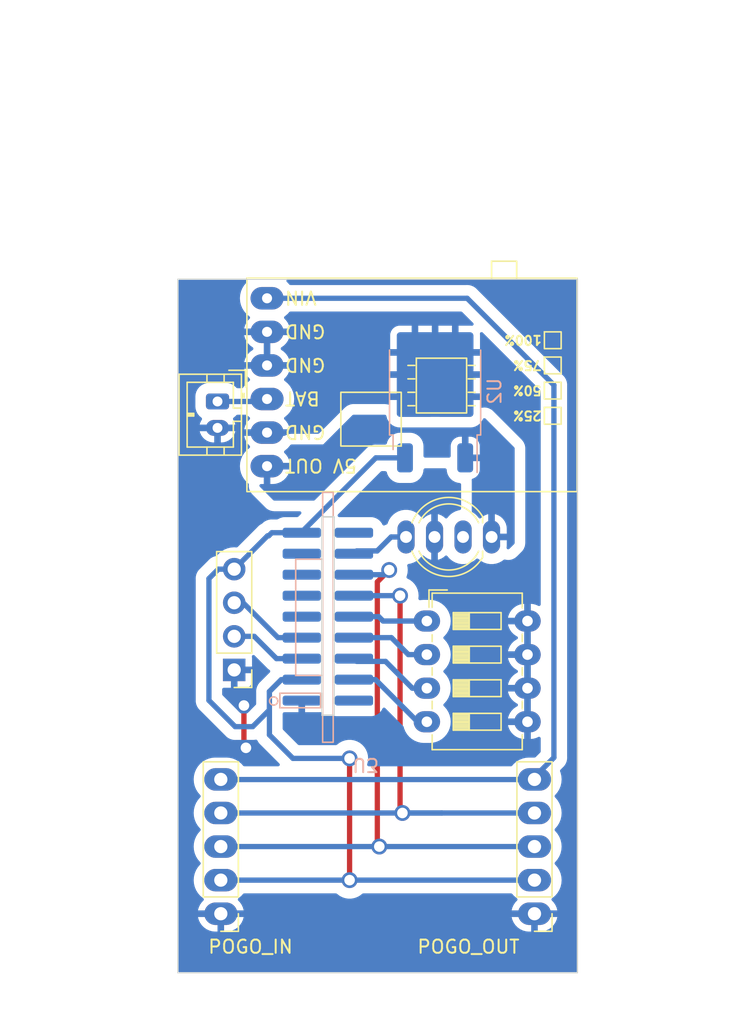
<source format=kicad_pcb>
(kicad_pcb (version 20221018) (generator pcbnew)
  (layers (0 "F.Cu" signal) (31 "B.Cu" signal) (34 "B.Paste" user) (35 "F.Paste" user) (36 "B.SilkS" user "B.Silkscreen") (37 "F.SilkS" user "F.Silkscreen") (38 "B.Mask" user) (39 "F.Mask" user) (44 "Edge.Cuts" user))
  (net 0 "")
  (net 1 "+5V")
  (net 2 "GND")
  (net 3 "Net-(BT1-+)")
  (net 4 "+3V3")
  (net 6 "Neopixel")
  (net 7 "I2C_SDA")
  (net 8 "I2C_SCL")
  (net 9 "TX")
  (net 10 "RX")
  (net 11 "Net-(U3-GP2)")
  (net 12 "Net-(U3-GP0)")
  (net 13 "VBUS")
  (net 14 "DIP1")
  (net 15 "DIP2")
  (net 16 "DIP3")
  (net 17 "DIP4")
  (net 18 "Net-(U3-RST)")
  (footprint "charge-module:charge-module" (layer "F.Cu") (at 106.25 64.144003 180)
    (fp_text reference "U1" hide)
    (fp_text value "~")
    (fp_text user "GND" (at -1.27 10.795 180 unlocked) (layer "F.SilkS") (effects (justify right bottom)))
    (fp_text user "25%" (at -20.869849 4.239854 180 unlocked) (layer "F.SilkS") (effects (font (size 0.7 0.7)) (justify left bottom)))
    (fp_text user "100%" (at -20.869849 9.954854 180 unlocked) (layer "F.SilkS") (effects (font (size 0.7 0.7)) (justify left bottom)))
    (fp_text user "BAT" (at -1.27 5.715 180 unlocked) (layer "F.SilkS") (effects (justify right bottom)))
    (fp_text user "50%" (at -20.869849 6.144854 180 unlocked) (layer "F.SilkS") (effects (font (size 0.7 0.7)) (justify left bottom)))
    (fp_text user "GND" (at -1.27 8.255 180 unlocked) (layer "F.SilkS") (effects (justify right bottom)))
    (fp_text user "75%" (at -20.869849 8.049854 180 unlocked) (layer "F.SilkS") (effects (font (size 0.7 0.7)) (justify left bottom)))
    (fp_text user "GND" (at -1.27 3.175 180 unlocked) (layer "F.SilkS") (effects (justify right bottom)))
    (fp_text user "VIN" (at -1.27 13.335 180 unlocked) (layer "F.SilkS") (effects (justify right bottom)))
    (fp_text user "5V OUT" (at -1.27 0.635 180 unlocked) (layer "F.SilkS") (effects (justify right bottom)))
    (fp_line (start -15.748 4.572) (end -15.24 4.572) (stroke (width 0.12)) (layer "F.SilkS"))
    (fp_line (start -15.748 5.588) (end -15.24 5.588) (stroke (width 0.12)) (layer "F.SilkS"))
    (fp_line (start -15.748 6.604) (end -15.24 6.604) (stroke (width 0.12)) (layer "F.SilkS"))
    (fp_line (start -15.748 7.62) (end -15.24 7.62) (stroke (width 0.12)) (layer "F.SilkS"))
    (fp_line (start -11.176 4.572) (end -10.668 4.572) (stroke (width 0.12)) (layer "F.SilkS"))
    (fp_line (start -11.176 5.588) (end -10.668 5.588) (stroke (width 0.12)) (layer "F.SilkS"))
    (fp_line (start -11.176 6.604) (end -10.668 6.604) (stroke (width 0.12)) (layer "F.SilkS"))
    (fp_line (start -11.176 7.62) (end -10.668 7.62) (stroke (width 0.12)) (layer "F.SilkS"))
    (fp_rect (start -21 4.445) (end -22.27 3.175) (stroke (width 0.12)) (fill none) (layer "F.SilkS"))
    (fp_rect (start -21 6.35) (end -22.27 5.08) (stroke (width 0.12)) (fill none) (layer "F.SilkS"))
    (fp_rect (start -21 8.255) (end -22.27 6.985) (stroke (width 0.12)) (fill none) (layer "F.SilkS"))
    (fp_rect (start -21 10.16) (end -22.27 8.89) (stroke (width 0.12)) (fill none) (layer "F.SilkS"))
    (fp_rect (start -17 15.504644) (end -18.9 14.204644) (stroke (width 0.12)) (fill none) (layer "F.SilkS"))
    (fp_rect (start -11.303 8.168) (end -15.113 4.024) (stroke (width 0.12)) (fill none) (layer "F.SilkS"))
    (fp_rect (start -10.16 1.524) (end -5.588 5.588) (stroke (width 0.12)) (fill none) (layer "F.SilkS"))
    (fp_rect (start 1.524 14.224) (end -23.476 -1.926) (stroke (width 0.12)) (fill none) (layer "F.SilkS"))
    (pad "1" thru_hole oval (at 0 12.7 180) (size 2.5 1.7) (drill 0.762) (layers "*.Cu" "*.Mask") (net 13 "VBUS"))
    (pad "2" thru_hole oval (at 0 10.16 180) (size 2.5 1.7) (drill 0.762) (layers "*.Cu" "*.Mask") (net 2 "GND"))
    (pad "3" thru_hole oval (at 0 7.62 180) (size 2.5 1.7) (drill 0.762) (layers "*.Cu" "*.Mask") (net 2 "GND"))
    (pad "4" thru_hole oval (at 0 5.08 180) (size 2.5 1.7) (drill 0.762) (layers "*.Cu" "*.Mask") (net 3 "Net-(BT1-+)"))
    (pad "5" thru_hole oval (at 0 2.54 180) (size 2.5 1.7) (drill 0.762) (layers "*.Cu" "*.Mask") (net 2 "GND"))
    (pad "6" thru_hole oval (at 0 0 180) (size 2.5 1.7) (drill 0.762) (layers "*.Cu" "*.Mask") (net 1 "+5V"))
  )
  (footprint "Connector_PinHeader_2.54mm:PinHeader_1x05_P2.54mm_Vertical" (layer "F.Cu") (at 126.5 98 180)
    (fp_text reference "J4" hide)
    (fp_text value "POGO_OUT" (at 5 -2.5) (layer "F.SilkS"))
    (fp_line (start -1.33 -1.33) (end 0 -1.33) (stroke (width 0.12)) (layer "F.SilkS"))
    (fp_line (start -1.33 0) (end -1.33 -1.33) (stroke (width 0.12)) (layer "F.SilkS"))
    (fp_line (start -1.33 1.27) (end -1.33 11.49) (stroke (width 0.12)) (layer "F.SilkS"))
    (fp_line (start -1.33 1.27) (end 1.33 1.27) (stroke (width 0.12)) (layer "F.SilkS"))
    (fp_line (start -1.33 11.49) (end 1.33 11.49) (stroke (width 0.12)) (layer "F.SilkS"))
    (fp_line (start 1.33 1.27) (end 1.33 11.49) (stroke (width 0.12)) (layer "F.SilkS"))
    (pad "1" thru_hole oval (at 0 0 180) (size 2.5 1.7) (drill 1) (layers "*.Cu" "*.Mask") (net 2 "GND"))
    (pad "2" thru_hole oval (at 0 2.54 180) (size 2.5 1.7) (drill 1) (layers "*.Cu" "*.Mask") (net 4 "+3V3"))
    (pad "3" thru_hole oval (at 0 5.08 180) (size 2.5 1.7) (drill 1) (layers "*.Cu" "*.Mask") (net 7 "I2C_SDA"))
    (pad "4" thru_hole oval (at 0 7.62 180) (size 2.5 1.7) (drill 1) (layers "*.Cu" "*.Mask") (net 8 "I2C_SCL"))
    (pad "5" thru_hole oval (at 0 10.16 180) (size 2.5 1.7) (drill 1) (layers "*.Cu" "*.Mask") (net 13 "VBUS"))
  )
  (footprint "LED_THT:LED_D5.0mm-4_RGB_Wide_Pins" (layer "F.Cu") (at 123.25 69.5 180)
    (fp_text reference "D1" hide)
    (fp_text value "WS2812B")
    (fp_line (start 0.6785 -1.545) (end 0.6785 -1.08) (stroke (width 0.12)) (layer "F.SilkS"))
    (fp_line (start 0.6785 1.08) (end 0.6785 1.545) (stroke (width 0.12)) (layer "F.SilkS"))
    (fp_arc (start 0.6785 -1.54483) (mid 3.496956 -2.978809) (end 6.026315 -1.080827) (stroke (width 0.12)) (layer "F.SilkS"))
    (fp_arc (start 0.983816 -1.08) (mid 3.238262 -2.5) (end 5.492979 -1.080429) (stroke (width 0.12)) (layer "F.SilkS"))
    (fp_arc (start 5.492979 1.080429) (mid 3.238262 2.5) (end 0.983816 1.08) (stroke (width 0.12)) (layer "F.SilkS"))
    (fp_arc (start 6.026315 1.080827) (mid 3.496956 2.978808) (end 0.6785 1.54483) (stroke (width 0.12)) (layer "F.SilkS"))
    (pad "1" thru_hole oval (at 0 0 270) (size 2.5 1.3) (drill 0.9) (layers "*.Cu" "*.Mask") (net 1 "+5V"))
    (pad "2" thru_hole oval (at 2.159 0 270) (size 2.5 1.3) (drill 0.9) (layers "*.Cu" "*.Mask"))
    (pad "3" thru_hole oval (at 4.318 0 270) (size 2.5 1.3) (drill 0.9) (layers "*.Cu" "*.Mask") (net 2 "GND"))
    (pad "4" thru_hole oval (at 6.477 0 270) (size 2.5 1.3) (drill 0.9) (layers "*.Cu" "*.Mask") (net 6 "Neopixel"))
  )
  (footprint "Button_Switch_THT:SW_DIP_SPSTx04_Slide_6.7x11.72mm_W7.62mm_P2.54mm_LowProfile" (layer "F.Cu") (at 118.351321 75.859664)
    (fp_text reference "SW4" hide)
    (fp_text value "SW_DIP_x04")
    (fp_line (start 0.16 -2.35) (end 0.16 -1.04) (stroke (width 0.12)) (layer "F.SilkS"))
    (fp_line (start 0.16 -2.35) (end 1.543 -2.35) (stroke (width 0.12)) (layer "F.SilkS"))
    (fp_line (start 0.4 -2.11) (end 0.4 -1.04) (stroke (width 0.12)) (layer "F.SilkS"))
    (fp_line (start 0.4 -2.11) (end 7.221 -2.11) (stroke (width 0.12)) (layer "F.SilkS"))
    (fp_line (start 0.4 1.04) (end 0.4 1.551) (stroke (width 0.12)) (layer "F.SilkS"))
    (fp_line (start 0.4 3.53) (end 0.4 4.091) (stroke (width 0.12)) (layer "F.SilkS"))
    (fp_line (start 0.4 6.07) (end 0.4 6.631) (stroke (width 0.12)) (layer "F.SilkS"))
    (fp_line (start 0.4 8.61) (end 0.4 9.73) (stroke (width 0.12)) (layer "F.SilkS"))
    (fp_line (start 0.4 9.73) (end 7.221 9.73) (stroke (width 0.12)) (layer "F.SilkS"))
    (fp_line (start 2 -0.635) (end 2 0.635) (stroke (width 0.12)) (layer "F.SilkS"))
    (fp_line (start 2 -0.515) (end 3.206667 -0.515) (stroke (width 0.12)) (layer "F.SilkS"))
    (fp_line (start 2 -0.395) (end 3.206667 -0.395) (stroke (width 0.12)) (layer "F.SilkS"))
    (fp_line (start 2 -0.275) (end 3.206667 -0.275) (stroke (width 0.12)) (layer "F.SilkS"))
    (fp_line (start 2 -0.155) (end 3.206667 -0.155) (stroke (width 0.12)) (layer "F.SilkS"))
    (fp_line (start 2 -0.035) (end 3.206667 -0.035) (stroke (width 0.12)) (layer "F.SilkS"))
    (fp_line (start 2 0.085) (end 3.206667 0.085) (stroke (width 0.12)) (layer "F.SilkS"))
    (fp_line (start 2 0.205) (end 3.206667 0.205) (stroke (width 0.12)) (layer "F.SilkS"))
    (fp_line (start 2 0.325) (end 3.206667 0.325) (stroke (width 0.12)) (layer "F.SilkS"))
    (fp_line (start 2 0.445) (end 3.206667 0.445) (stroke (width 0.12)) (layer "F.SilkS"))
    (fp_line (start 2 0.565) (end 3.206667 0.565) (stroke (width 0.12)) (layer "F.SilkS"))
    (fp_line (start 2 0.635) (end 5.62 0.635) (stroke (width 0.12)) (layer "F.SilkS"))
    (fp_line (start 2 1.905) (end 2 3.175) (stroke (width 0.12)) (layer "F.SilkS"))
    (fp_line (start 2 2.025) (end 3.206667 2.025) (stroke (width 0.12)) (layer "F.SilkS"))
    (fp_line (start 2 2.145) (end 3.206667 2.145) (stroke (width 0.12)) (layer "F.SilkS"))
    (fp_line (start 2 2.265) (end 3.206667 2.265) (stroke (width 0.12)) (layer "F.SilkS"))
    (fp_line (start 2 2.385) (end 3.206667 2.385) (stroke (width 0.12)) (layer "F.SilkS"))
    (fp_line (start 2 2.505) (end 3.206667 2.505) (stroke (width 0.12)) (layer "F.SilkS"))
    (fp_line (start 2 2.625) (end 3.206667 2.625) (stroke (width 0.12)) (layer "F.SilkS"))
    (fp_line (start 2 2.745) (end 3.206667 2.745) (stroke (width 0.12)) (layer "F.SilkS"))
    (fp_line (start 2 2.865) (end 3.206667 2.865) (stroke (width 0.12)) (layer "F.SilkS"))
    (fp_line (start 2 2.985) (end 3.206667 2.985) (stroke (width 0.12)) (layer "F.SilkS"))
    (fp_line (start 2 3.105) (end 3.206667 3.105) (stroke (width 0.12)) (layer "F.SilkS"))
    (fp_line (start 2 3.175) (end 5.62 3.175) (stroke (width 0.12)) (layer "F.SilkS"))
    (fp_line (start 2 4.445) (end 2 5.715) (stroke (width 0.12)) (layer "F.SilkS"))
    (fp_line (start 2 4.565) (end 3.206667 4.565) (stroke (width 0.12)) (layer "F.SilkS"))
    (fp_line (start 2 4.685) (end 3.206667 4.685) (stroke (width 0.12)) (layer "F.SilkS"))
    (fp_line (start 2 4.805) (end 3.206667 4.805) (stroke (width 0.12)) (layer "F.SilkS"))
    (fp_line (start 2 4.925) (end 3.206667 4.925) (stroke (width 0.12)) (layer "F.SilkS"))
    (fp_line (start 2 5.045) (end 3.206667 5.045) (stroke (width 0.12)) (layer "F.SilkS"))
    (fp_line (start 2 5.165) (end 3.206667 5.165) (stroke (width 0.12)) (layer "F.SilkS"))
    (fp_line (start 2 5.285) (end 3.206667 5.285) (stroke (width 0.12)) (layer "F.SilkS"))
    (fp_line (start 2 5.405) (end 3.206667 5.405) (stroke (width 0.12)) (layer "F.SilkS"))
    (fp_line (start 2 5.525) (end 3.206667 5.525) (stroke (width 0.12)) (layer "F.SilkS"))
    (fp_line (start 2 5.645) (end 3.206667 5.645) (stroke (width 0.12)) (layer "F.SilkS"))
    (fp_line (start 2 5.715) (end 5.62 5.715) (stroke (width 0.12)) (layer "F.SilkS"))
    (fp_line (start 2 6.985) (end 2 8.255) (stroke (width 0.12)) (layer "F.SilkS"))
    (fp_line (start 2 7.105) (end 3.206667 7.105) (stroke (width 0.12)) (layer "F.SilkS"))
    (fp_line (start 2 7.225) (end 3.206667 7.225) (stroke (width 0.12)) (layer "F.SilkS"))
    (fp_line (start 2 7.345) (end 3.206667 7.345) (stroke (width 0.12)) (layer "F.SilkS"))
    (fp_line (start 2 7.465) (end 3.206667 7.465) (stroke (width 0.12)) (layer "F.SilkS"))
    (fp_line (start 2 7.585) (end 3.206667 7.585) (stroke (width 0.12)) (layer "F.SilkS"))
    (fp_line (start 2 7.705) (end 3.206667 7.705) (stroke (width 0.12)) (layer "F.SilkS"))
    (fp_line (start 2 7.825) (end 3.206667 7.825) (stroke (width 0.12)) (layer "F.SilkS"))
    (fp_line (start 2 7.945) (end 3.206667 7.945) (stroke (width 0.12)) (layer "F.SilkS"))
    (fp_line (start 2 8.065) (end 3.206667 8.065) (stroke (width 0.12)) (layer "F.SilkS"))
    (fp_line (start 2 8.185) (end 3.206667 8.185) (stroke (width 0.12)) (layer "F.SilkS"))
    (fp_line (start 2 8.255) (end 5.62 8.255) (stroke (width 0.12)) (layer "F.SilkS"))
    (fp_line (start 3.206667 -0.635) (end 3.206667 0.635) (stroke (width 0.12)) (layer "F.SilkS"))
    (fp_line (start 3.206667 1.905) (end 3.206667 3.175) (stroke (width 0.12)) (layer "F.SilkS"))
    (fp_line (start 3.206667 4.445) (end 3.206667 5.715) (stroke (width 0.12)) (layer "F.SilkS"))
    (fp_line (start 3.206667 6.985) (end 3.206667 8.255) (stroke (width 0.12)) (layer "F.SilkS"))
    (fp_line (start 5.62 -0.635) (end 2 -0.635) (stroke (width 0.12)) (layer "F.SilkS"))
    (fp_line (start 5.62 0.635) (end 5.62 -0.635) (stroke (width 0.12)) (layer "F.SilkS"))
    (fp_line (start 5.62 1.905) (end 2 1.905) (stroke (width 0.12)) (layer "F.SilkS"))
    (fp_line (start 5.62 3.175) (end 5.62 1.905) (stroke (width 0.12)) (layer "F.SilkS"))
    (fp_line (start 5.62 4.445) (end 2 4.445) (stroke (width 0.12)) (layer "F.SilkS"))
    (fp_line (start 5.62 5.715) (end 5.62 4.445) (stroke (width 0.12)) (layer "F.SilkS"))
    (fp_line (start 5.62 6.985) (end 2 6.985) (stroke (width 0.12)) (layer "F.SilkS"))
    (fp_line (start 5.62 8.255) (end 5.62 6.985) (stroke (width 0.12)) (layer "F.SilkS"))
    (fp_line (start 7.221 -2.11) (end 7.221 -0.99) (stroke (width 0.12)) (layer "F.SilkS"))
    (fp_line (start 7.221 0.99) (end 7.221 1.551) (stroke (width 0.12)) (layer "F.SilkS"))
    (fp_line (start 7.221 3.53) (end 7.221 4.091) (stroke (width 0.12)) (layer "F.SilkS"))
    (fp_line (start 7.221 6.07) (end 7.221 6.631) (stroke (width 0.12)) (layer "F.SilkS"))
    (fp_line (start 7.221 8.61) (end 7.221 9.73) (stroke (width 0.12)) (layer "F.SilkS"))
    (pad "1" thru_hole oval (at 0 0) (size 2 1.6) (drill 0.8) (layers "*.Cu" "*.Mask") (net 14 "DIP1"))
    (pad "2" thru_hole oval (at 0 2.54) (size 2 1.6) (drill 0.8) (layers "*.Cu" "*.Mask") (net 15 "DIP2"))
    (pad "3" thru_hole oval (at 0 5.08) (size 2 1.6) (drill 0.8) (layers "*.Cu" "*.Mask") (net 16 "DIP3"))
    (pad "4" thru_hole oval (at 0 7.62) (size 2 1.6) (drill 0.8) (layers "*.Cu" "*.Mask") (net 17 "DIP4"))
    (pad "5" thru_hole oval (at 7.62 7.62) (size 2 1.6) (drill 0.8) (layers "*.Cu" "*.Mask") (net 2 "GND"))
    (pad "6" thru_hole oval (at 7.62 5.08) (size 2 1.6) (drill 0.8) (layers "*.Cu" "*.Mask") (net 2 "GND"))
    (pad "7" thru_hole oval (at 7.62 2.54) (size 2 1.6) (drill 0.8) (layers "*.Cu" "*.Mask") (net 2 "GND"))
    (pad "8" thru_hole oval (at 7.62 0) (size 2 1.6) (drill 0.8) (layers "*.Cu" "*.Mask") (net 2 "GND"))
  )
  (footprint "Connector_JST:JST_PH_B2B-PH-K_1x02_P2.00mm_Vertical" (layer "F.Cu") (at 102.5 59.25 -90)
    (fp_text reference "BT1" hide)
    (fp_text value "Battery_Cell")
    (fp_line (start -2.36 -2.11) (end -2.36 -0.86) (stroke (width 0.12)) (layer "F.SilkS"))
    (fp_line (start -2.06 -1.81) (end -2.06 2.91) (stroke (width 0.12)) (layer "F.SilkS"))
    (fp_line (start -2.06 -0.5) (end -1.45 -0.5) (stroke (width 0.12)) (layer "F.SilkS"))
    (fp_line (start -2.06 0.8) (end -1.45 0.8) (stroke (width 0.12)) (layer "F.SilkS"))
    (fp_line (start -2.06 2.91) (end 4.06 2.91) (stroke (width 0.12)) (layer "F.SilkS"))
    (fp_line (start -1.45 -1.2) (end -1.45 2.3) (stroke (width 0.12)) (layer "F.SilkS"))
    (fp_line (start -1.45 2.3) (end 3.45 2.3) (stroke (width 0.12)) (layer "F.SilkS"))
    (fp_line (start -1.11 -2.11) (end -2.36 -2.11) (stroke (width 0.12)) (layer "F.SilkS"))
    (fp_line (start -0.6 -2.01) (end -0.6 -1.81) (stroke (width 0.12)) (layer "F.SilkS"))
    (fp_line (start -0.3 -2.01) (end -0.6 -2.01) (stroke (width 0.12)) (layer "F.SilkS"))
    (fp_line (start -0.3 -1.91) (end -0.6 -1.91) (stroke (width 0.12)) (layer "F.SilkS"))
    (fp_line (start -0.3 -1.81) (end -0.3 -2.01) (stroke (width 0.12)) (layer "F.SilkS"))
    (fp_line (start 0.5 -1.81) (end 0.5 -1.2) (stroke (width 0.12)) (layer "F.SilkS"))
    (fp_line (start 0.5 -1.2) (end -1.45 -1.2) (stroke (width 0.12)) (layer "F.SilkS"))
    (fp_line (start 0.9 1.8) (end 1.1 1.8) (stroke (width 0.12)) (layer "F.SilkS"))
    (fp_line (start 0.9 2.3) (end 0.9 1.8) (stroke (width 0.12)) (layer "F.SilkS"))
    (fp_line (start 1 2.3) (end 1 1.8) (stroke (width 0.12)) (layer "F.SilkS"))
    (fp_line (start 1.1 1.8) (end 1.1 2.3) (stroke (width 0.12)) (layer "F.SilkS"))
    (fp_line (start 1.5 -1.2) (end 1.5 -1.81) (stroke (width 0.12)) (layer "F.SilkS"))
    (fp_line (start 3.45 -1.2) (end 1.5 -1.2) (stroke (width 0.12)) (layer "F.SilkS"))
    (fp_line (start 3.45 2.3) (end 3.45 -1.2) (stroke (width 0.12)) (layer "F.SilkS"))
    (fp_line (start 4.06 -1.81) (end -2.06 -1.81) (stroke (width 0.12)) (layer "F.SilkS"))
    (fp_line (start 4.06 -0.5) (end 3.45 -0.5) (stroke (width 0.12)) (layer "F.SilkS"))
    (fp_line (start 4.06 0.8) (end 3.45 0.8) (stroke (width 0.12)) (layer "F.SilkS"))
    (fp_line (start 4.06 2.91) (end 4.06 -1.81) (stroke (width 0.12)) (layer "F.SilkS"))
    (pad "1" thru_hole roundrect (at 0 0 270) (size 1.2 1.75) (drill 0.75) (layers "*.Cu" "*.Mask") (roundrect_rratio 0.208333) (net 3 "Net-(BT1-+)"))
    (pad "2" thru_hole oval (at 2 0 270) (size 1.2 1.75) (drill 0.75) (layers "*.Cu" "*.Mask") (net 2 "GND"))
  )
  (footprint "Connector_PinHeader_2.54mm:PinHeader_1x05_P2.54mm_Vertical" (layer "F.Cu") (at 102.75 98 180)
    (fp_text reference "J3" hide)
    (fp_text value "POGO_IN" (at -2.25 -2.5) (layer "F.SilkS"))
    (fp_line (start -1.33 -1.33) (end 0 -1.33) (stroke (width 0.12)) (layer "F.SilkS"))
    (fp_line (start -1.33 0) (end -1.33 -1.33) (stroke (width 0.12)) (layer "F.SilkS"))
    (fp_line (start -1.33 1.27) (end -1.33 11.49) (stroke (width 0.12)) (layer "F.SilkS"))
    (fp_line (start -1.33 1.27) (end 1.33 1.27) (stroke (width 0.12)) (layer "F.SilkS"))
    (fp_line (start -1.33 11.49) (end 1.33 11.49) (stroke (width 0.12)) (layer "F.SilkS"))
    (fp_line (start 1.33 1.27) (end 1.33 11.49) (stroke (width 0.12)) (layer "F.SilkS"))
    (pad "1" thru_hole oval (at 0 0 180) (size 2.5 1.7) (drill 1) (layers "*.Cu" "*.Mask") (net 2 "GND"))
    (pad "2" thru_hole oval (at 0 2.54 180) (size 2.5 1.7) (drill 1) (layers "*.Cu" "*.Mask") (net 4 "+3V3"))
    (pad "3" thru_hole oval (at 0 5.08 180) (size 2.5 1.7) (drill 1) (layers "*.Cu" "*.Mask") (net 7 "I2C_SDA"))
    (pad "4" thru_hole oval (at 0 7.62 180) (size 2.5 1.7) (drill 1) (layers "*.Cu" "*.Mask") (net 8 "I2C_SCL"))
    (pad "5" thru_hole oval (at 0 10.16 180) (size 2.5 1.7) (drill 1) (layers "*.Cu" "*.Mask") (net 13 "VBUS"))
  )
  (footprint "Connector_PinHeader_2.54mm:PinHeader_1x04_P2.54mm_Vertical" (layer "F.Cu") (at 103.763285 79.556439 180)
    (fp_text reference "J1" hide)
    (fp_text value "TTL")
    (fp_line (start -1.33 -1.33) (end 0 -1.33) (stroke (width 0.12)) (layer "F.SilkS"))
    (fp_line (start -1.33 0) (end -1.33 -1.33) (stroke (width 0.12)) (layer "F.SilkS"))
    (fp_line (start -1.33 1.27) (end -1.33 8.95) (stroke (width 0.12)) (layer "F.SilkS"))
    (fp_line (start -1.33 1.27) (end 1.33 1.27) (stroke (width 0.12)) (layer "F.SilkS"))
    (fp_line (start -1.33 8.95) (end 1.33 8.95) (stroke (width 0.12)) (layer "F.SilkS"))
    (fp_line (start 1.33 1.27) (end 1.33 8.95) (stroke (width 0.12)) (layer "F.SilkS"))
    (pad "1" thru_hole rect (at 0 0 180) (size 1.7 1.7) (drill 1) (layers "*.Cu" "*.Mask") (net 2 "GND"))
    (pad "2" thru_hole oval (at 0 2.54 180) (size 1.7 1.7) (drill 1) (layers "*.Cu" "*.Mask") (net 9 "TX"))
    (pad "3" thru_hole oval (at 0 5.08 180) (size 1.7 1.7) (drill 1) (layers "*.Cu" "*.Mask") (net 10 "RX"))
    (pad "4" thru_hole oval (at 0 7.62 180) (size 1.7 1.7) (drill 1) (layers "*.Cu" "*.Mask") (net 4 "+3V3"))
  )
  (footprint "Package_TO_SOT_SMD:TO-252-2" (layer "B.Cu") (at 118.975 58.475 90)
    (fp_text reference "U2" (at 0 4.5 90) (layer "B.SilkS") (effects (justify mirror)))
    (fp_text value "UA78M33_TO252")
    (fp_line (start -3.31 -3.45) (end -3.31 -3.18) (stroke (width 0.12)) (layer "B.SilkS"))
    (fp_line (start -3.31 -3.18) (end -4.41 -3.18) (stroke (width 0.12)) (layer "B.SilkS"))
    (fp_line (start -3.31 3.18) (end -6.14 3.18) (stroke (width 0.12)) (layer "B.SilkS"))
    (fp_line (start -3.31 3.45) (end -3.31 3.18) (stroke (width 0.12)) (layer "B.SilkS"))
    (fp_line (start 3.11 -3.45) (end -3.31 -3.45) (stroke (width 0.12)) (layer "B.SilkS"))
    (fp_line (start 3.11 3.45) (end -3.31 3.45) (stroke (width 0.12)) (layer "B.SilkS"))
    (pad "1" smd roundrect (at -5.04 2.28 90) (size 2.2 1.2) (layers "B.Cu" "B.Paste" "B.Mask") (roundrect_rratio 0.208333) (net 1 "+5V"))
    (pad "2" smd roundrect (at -0.415 -1.525 90) (size 3.05 2.75) (layers "B.Cu" "B.Paste") (roundrect_rratio 0.090909) (net 2 "GND"))
    (pad "2" smd roundrect (at -0.415 1.525 90) (size 3.05 2.75) (layers "B.Cu" "B.Paste") (roundrect_rratio 0.090909) (net 2 "GND"))
    (pad "2" smd roundrect (at 1.26 0 90) (size 6.4 5.8) (layers "B.Cu" "B.Mask") (roundrect_rratio 0.043103) (net 2 "GND"))
    (pad "2" smd roundrect (at 2.935 -1.525 90) (size 3.05 2.75) (layers "B.Cu" "B.Paste") (roundrect_rratio 0.090909) (net 2 "GND"))
    (pad "2" smd roundrect (at 2.935 1.525 90) (size 3.05 2.75) (layers "B.Cu" "B.Paste") (roundrect_rratio 0.090909) (net 2 "GND"))
    (pad "3" smd roundrect (at -5.04 -2.28 90) (size 2.2 1.2) (layers "B.Cu" "B.Paste" "B.Mask") (roundrect_rratio 0.208333) (net 4 "+3V3"))
  )
  (footprint "esp-01m:esp-01m" (layer "B.Cu") (at 110.880351 75.52851)
    (fp_text reference "U3" (at 2.838612 11.213332 180 unlocked) (layer "B.SilkS") (effects (justify mirror)))
    (fp_text value "esp-01m")
    (fp_rect (start -3.66 6.89) (end -0.58 5.79) (stroke (width 0.12)) (fill none) (layer "B.SilkS"))
    (fp_rect (start -2.46 4.45) (end -0.46 -4.35) (stroke (width 0.12)) (fill none) (layer "B.SilkS"))
    (fp_rect (start -0.42 9.5) (end 0.38 -9.4) (stroke (width 0.12)) (fill none) (layer "B.SilkS"))
    (fp_circle (center -4.13 6.38) (end -4.44 6.41) (stroke (width 0.12)) (fill none) (layer "B.SilkS"))
    (fp_rect (start -0.46 7.45) (end 0.44 -7.55) (stroke (width 0.12)) (fill none) (layer "Edge.Cuts"))
    (pad "1" smd roundrect (at -2 6.35) (size 2.9 0.755) (layers "B.Cu" "B.Paste" "B.Mask") (net 2 "GND"))
    (pad "2" smd roundrect (at -2 4.7625) (size 2.9 0.755) (layers "B.Cu" "B.Paste" "B.Mask") (net 4 "+3V3"))
    (pad "3" smd roundrect (at -2 3.175) (size 2.9 0.755) (layers "B.Cu" "B.Paste" "B.Mask") (net 9 "TX"))
    (pad "4" smd roundrect (at -2 1.5875) (size 2.9 0.755) (layers "B.Cu" "B.Paste" "B.Mask") (net 10 "RX"))
    (pad "5" smd roundrect (at -2 0) (size 2.9 0.755) (layers "B.Cu" "B.Paste" "B.Mask"))
    (pad "6" smd roundrect (at -2 -1.5875) (size 2.9 0.755) (layers "B.Cu" "B.Paste" "B.Mask"))
    (pad "7" smd roundrect (at -2 -3.175) (size 2.9 0.755) (layers "B.Cu" "B.Paste" "B.Mask") (net 11 "Net-(U3-GP2)"))
    (pad "8" smd roundrect (at -2 -4.7625) (size 2.9 0.755) (layers "B.Cu" "B.Paste" "B.Mask") (net 12 "Net-(U3-GP0)"))
    (pad "9" smd roundrect (at -2 -6.35) (size 2.9 0.755) (layers "B.Cu" "B.Paste" "B.Mask") (net 4 "+3V3"))
    (pad "10" smd roundrect (at 1.95 -6.35) (size 2.9 0.755) (layers "B.Cu" "B.Paste" "B.Mask"))
    (pad "11" smd roundrect (at 1.95 -4.7625) (size 2.9 0.755) (layers "B.Cu" "B.Paste" "B.Mask") (net 6 "Neopixel"))
    (pad "12" smd roundrect (at 1.95 -3.175) (size 2.9 0.755) (layers "B.Cu" "B.Paste" "B.Mask") (net 7 "I2C_SDA"))
    (pad "13" smd roundrect (at 1.95 -1.5875) (size 2.9 0.755) (layers "B.Cu" "B.Paste" "B.Mask") (net 8 "I2C_SCL"))
    (pad "14" smd roundrect (at 1.95 0) (size 2.9 0.755) (layers "B.Cu" "B.Paste" "B.Mask") (net 14 "DIP1"))
    (pad "15" smd roundrect (at 1.95 1.5875) (size 2.9 0.755) (layers "B.Cu" "B.Paste" "B.Mask") (net 15 "DIP2"))
    (pad "16" smd roundrect (at 1.95 3.175) (size 2.9 0.755) (layers "B.Cu" "B.Paste" "B.Mask") (net 16 "DIP3"))
    (pad "17" smd roundrect (at 1.95 4.7625) (size 2.9 0.755) (layers "B.Cu" "B.Paste" "B.Mask") (net 17 "DIP4"))
    (pad "18" smd roundrect (at 1.95 6.35) (size 2.9 0.755) (layers "B.Cu" "B.Paste" "B.Mask") (net 18 "Net-(U3-RST)"))
  )
  (gr_rect (start 99.5 50) (end 129.75 102.467294) (stroke (width 0.1)) (fill none) (layer "Edge.Cuts"))
  (segment (start 104.5 85.297598) (end 104.652402 85.45) (width 0.4) (layer "F.Cu") (net 2))
  (segment (start 104.5 82.25) (end 104.5 85.297598) (width 0.4) (layer "F.Cu") (net 2))
  (via (at 104.5 82.25) (size 1.2) (drill 0.8) (layers "F.Cu" "B.Cu") (net 2))
  (via (at 104.652402 85.45) (size 1.2) (drill 0.8) (layers "F.Cu" "B.Cu") (net 2))
  (segment (start 103.763285 81.513285) (end 104.5 82.25) (width 0.4) (layer "B.Cu") (net 2))
  (segment (start 103.763285 79.556439) (end 103.763285 81.513285) (width 0.4) (layer "B.Cu") (net 2))
  (segment (start 102.5 59.25) (end 106.064003 59.25) (width 0.4) (layer "B.Cu") (net 3))
  (segment (start 106.064003 59.25) (end 106.25 59.064003) (width 0.4) (layer "B.Cu") (net 3))
  (segment (start 112.5 95.46) (end 112.5 86.249984) (width 0.4) (layer "F.Cu") (net 4))
  (via (at 112.5 95.46) (size 1.2) (drill 0.8) (layers "F.Cu" "B.Cu") (net 4))
  (via (at 112.5 86.249984) (size 1.2) (drill 0.8) (layers "F.Cu" "B.Cu") (net 4))
  (segment (start 114.485 63.515) (end 116.695 63.515) (width 0.4) (layer "B.Cu") (net 4))
  (segment (start 102.561204 71.936439) (end 101.850253 72.64739) (width 0.4) (layer "B.Cu") (net 4))
  (segment (start 106.284724 69.415) (end 106.374694 69.415) (width 0.4) (layer "B.Cu") (net 4))
  (segment (start 106.430351 81.192134) (end 106.430351 84.470351) (width 0.4) (layer "B.Cu") (net 4))
  (segment (start 101.850253 81.862995) (end 103.837258 83.85) (width 0.4) (layer "B.Cu") (net 4))
  (segment (start 105.162742 83.85) (end 106.430351 82.582391) (width 0.4) (layer "B.Cu") (net 4))
  (segment (start 108.21 86.25) (end 112.499984 86.25) (width 0.4) (layer "B.Cu") (net 4))
  (segment (start 107.331475 80.29101) (end 108.880351 80.29101) (width 0.4) (layer "B.Cu") (net 4))
  (segment (start 106.430351 81.192134) (end 107.331475 80.29101) (width 0.4) (layer "B.Cu") (net 4))
  (segment (start 106.430351 81.192134) (end 107.319985 80.3025) (width 0.4) (layer "B.Cu") (net 4))
  (segment (start 103.763285 71.936439) (end 102.561204 71.936439) (width 0.4) (layer "B.Cu") (net 4))
  (segment (start 126.5 95.46) (end 102.75 95.46) (width 0.4) (layer "B.Cu") (net 4))
  (segment (start 106.430351 84.470351) (end 108.21 86.25) (width 0.4) (layer "B.Cu") (net 4))
  (segment (start 107.319985 80.3025) (end 107.561205 80.3025) (width 0.4) (layer "B.Cu") (net 4))
  (segment (start 103.837258 83.85) (end 105.162742 83.85) (width 0.4) (layer "B.Cu") (net 4))
  (segment (start 106.374694 69.415) (end 106.611184 69.17851) (width 0.4) (layer "B.Cu") (net 4))
  (segment (start 108.880351 69.119649) (end 114.485 63.515) (width 0.4) (layer "B.Cu") (net 4))
  (segment (start 106.611184 69.17851) (end 108.880351 69.17851) (width 0.4) (layer "B.Cu") (net 4))
  (segment (start 106.430351 82.582391) (end 106.430351 81.192134) (width 0.4) (layer "B.Cu") (net 4))
  (segment (start 108.880351 69.17851) (end 108.880351 69.119649) (width 0.4) (layer "B.Cu") (net 4))
  (segment (start 103.763285 71.936439) (end 106.284724 69.415) (width 0.4) (layer "B.Cu") (net 4))
  (segment (start 112.499984 86.25) (end 112.5 86.249984) (width 0.4) (layer "B.Cu") (net 4))
  (segment (start 101.850253 72.64739) (end 101.850253 81.862995) (width 0.4) (layer "B.Cu") (net 4))
  (segment (start 115.645237 69.5) (end 114.589227 70.55601) (width 0.4) (layer "B.Cu") (net 6))
  (segment (start 116.773 69.5) (end 115.645237 69.5) (width 0.4) (layer "B.Cu") (net 6))
  (segment (start 114.589227 70.55601) (end 113.040351 70.55601) (width 0.4) (layer "B.Cu") (net 6))
  (segment (start 113.040351 70.55601) (end 112.830351 70.76601) (width 0.4) (layer "B.Cu") (net 6))
  (segment (start 114.6 92.77) (end 114.75 92.92) (width 0.4) (layer "F.Cu") (net 7))
  (segment (start 114.6 72.900046) (end 114.6 92.77) (width 0.4) (layer "F.Cu") (net 7))
  (segment (start 115.5 72.000046) (end 114.6 72.900046) (width 0.4) (layer "F.Cu") (net 7))
  (via (at 115.5 72.000046) (size 1.2) (drill 0.8) (layers "F.Cu" "B.Cu") (net 7))
  (via (at 114.75 92.92) (size 1.2) (drill 0.8) (layers "F.Cu" "B.Cu") (net 7))
  (segment (start 126.5 92.92) (end 114.75 92.92) (width 0.4) (layer "B.Cu") (net 7))
  (segment (start 112.830351 72.35351) (end 115.146536 72.35351) (width 0.4) (layer "B.Cu") (net 7))
  (segment (start 102.75 92.92) (end 114.75 92.92) (width 0.4) (layer "B.Cu") (net 7))
  (segment (start 115.146536 72.35351) (end 115.5 72.000046) (width 0.4) (layer "B.Cu") (net 7))
  (segment (start 116.321679 90.201703) (end 116.321679 73.941002) (width 0.4) (layer "F.Cu") (net 8))
  (segment (start 116.5 90.380024) (end 116.321679 90.201703) (width 0.4) (layer "F.Cu") (net 8))
  (via (at 116.5 90.380024) (size 1.2) (drill 0.8) (layers "F.Cu" "B.Cu") (net 8))
  (via (at 116.321679 73.941002) (size 1.2) (drill 0.8) (layers "F.Cu" "B.Cu") (net 8))
  (segment (start 116.321671 73.94101) (end 116.321679 73.941002) (width 0.4) (layer "B.Cu") (net 8))
  (segment (start 119.5 90.38) (end 116.500024 90.38) (width 0.4) (layer "B.Cu") (net 8))
  (segment (start 119.5 90.38) (end 102.75 90.38) (width 0.4) (layer "B.Cu") (net 8))
  (segment (start 126.5 90.38) (end 119.5 90.38) (width 0.4) (layer "B.Cu") (net 8))
  (segment (start 112.830351 73.94101) (end 116.321671 73.94101) (width 0.4) (layer "B.Cu") (net 8))
  (segment (start 116.500024 90.38) (end 116.5 90.380024) (width 0.4) (layer "B.Cu") (net 8))
  (segment (start 103.763285 77.016439) (end 105.279383 77.016439) (width 0.4) (layer "B.Cu") (net 9))
  (segment (start 105.279383 77.016439) (end 106.966454 78.70351) (width 0.4) (layer "B.Cu") (net 9))
  (segment (start 106.966454 78.70351) (end 108.880351 78.70351) (width 0.4) (layer "B.Cu") (net 9))
  (segment (start 104.436439 74.476439) (end 107.07601 77.11601) (width 0.4) (layer "B.Cu") (net 10))
  (segment (start 103.763285 74.476439) (end 104.436439 74.476439) (width 0.4) (layer "B.Cu") (net 10))
  (segment (start 107.07601 77.11601) (end 108.880351 77.11601) (width 0.4) (layer "B.Cu") (net 10))
  (segment (start 102.75 87.84) (end 102.760002 87.850002) (width 0.4) (layer "B.Cu") (net 13))
  (segment (start 127.971321 86.188679) (end 127.971321 58.011321) (width 0.4) (layer "B.Cu") (net 13))
  (segment (start 121.404003 51.444003) (end 106.25 51.444003) (width 0.4) (layer "B.Cu") (net 13))
  (segment (start 102.760002 87.850002) (end 126.309998 87.850002) (width 0.4) (layer "B.Cu") (net 13))
  (segment (start 126.309998 87.850002) (end 127.971321 86.188679) (width 0.4) (layer "B.Cu") (net 13))
  (segment (start 127.971321 58.011321) (end 121.404003 51.444003) (width 0.4) (layer "B.Cu") (net 13))
  (segment (start 112.830351 75.52851) (end 114.707895 75.52851) (width 0.4) (layer "B.Cu") (net 14))
  (segment (start 114.707895 75.52851) (end 115.039049 75.859664) (width 0.4) (layer "B.Cu") (net 14))
  (segment (start 115.039049 75.859664) (end 118.351321 75.859664) (width 0.4) (layer "B.Cu") (net 14))
  (segment (start 116.951321 78.399664) (end 118.351321 78.399664) (width 0.4) (layer "B.Cu") (net 15))
  (segment (start 115.667667 77.11601) (end 116.951321 78.399664) (width 0.4) (layer "B.Cu") (net 15))
  (segment (start 112.830351 77.11601) (end 115.667667 77.11601) (width 0.4) (layer "B.Cu") (net 15))
  (segment (start 117.25 80.939664) (end 118.351321 80.939664) (width 0.4) (layer "B.Cu") (net 16))
  (segment (start 112.830351 78.70351) (end 113.040351 78.91351) (width 0.4) (layer "B.Cu") (net 16))
  (segment (start 113.040351 78.91351) (end 115.223846 78.91351) (width 0.4) (layer "B.Cu") (net 16))
  (segment (start 115.223846 78.91351) (end 117.25 80.939664) (width 0.4) (layer "B.Cu") (net 16))
  (segment (start 112.830351 80.29101) (end 114.460119 80.29101) (width 0.4) (layer "B.Cu") (net 17))
  (segment (start 114.460119 80.29101) (end 117.709109 83.54) (width 0.4) (layer "B.Cu") (net 17))
  (segment (start 118.290985 83.54) (end 118.351321 83.479664) (width 0.4) (layer "B.Cu") (net 17))
  (segment (start 117.709109 83.54) (end 118.290985 83.54) (width 0.4) (layer "B.Cu") (net 17))
  (zone (net 2) (net_name "GND") (layer "B.Cu") (connect_pads (clearance 0.5)) (min_thickness 0.25) (fill yes (thermal_gap 0.5) (thermal_bridge_width 0.5))
    (polygon (pts (xy 141.91 28.88) (xy 141.91 106.35) (xy 86.03 106.35) (xy 86.03 28.88)))
  )
  (zone (net 1) (net_name "+5V") (layer "B.Cu") (priority 1) (connect_pads (clearance 0.5)) (min_thickness 0.25) (fill yes (thermal_gap 0.5) (thermal_bridge_width 0.5))
    (polygon (pts (xy 105.5 62.5) (xy 110.5 62.5) (xy 112.75 60.25) (xy 122.5 60.25) (xy 125 62.75) (xy 125 70) (xy 124.25 70.75) (xy 122.5 70.75) (xy 121.75 70) (xy 121.75 65.25) (xy 120 63.5) (xy 115.25 63.5) (xy 112 66.75) (xy 106.75 66.75) (xy 104.75 64.75) (xy 104.75 63.25)))
  )
)
</source>
